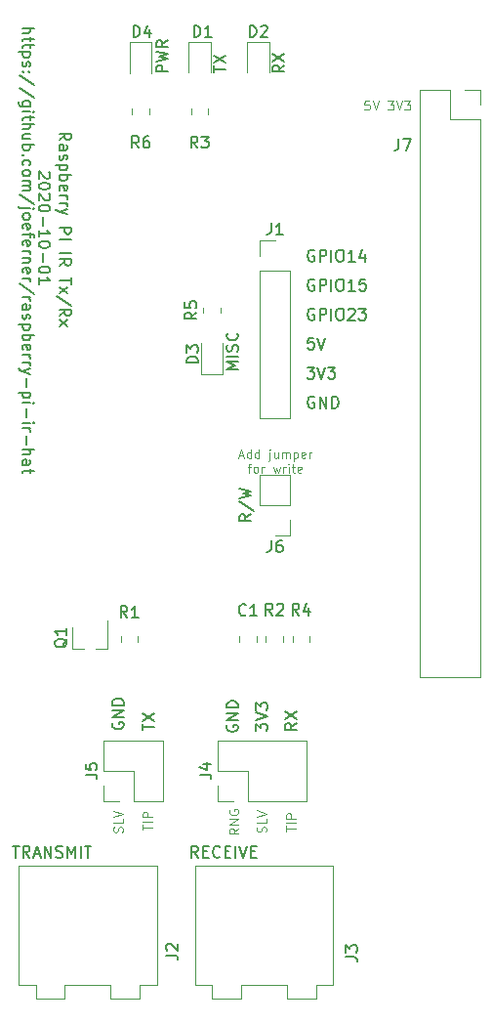
<source format=gto>
G04 #@! TF.GenerationSoftware,KiCad,Pcbnew,(5.1.7)-1*
G04 #@! TF.CreationDate,2020-10-01T14:41:10-04:00*
G04 #@! TF.ProjectId,raspberry-pi-ir-hat,72617370-6265-4727-9279-2d70692d6972,rev?*
G04 #@! TF.SameCoordinates,Original*
G04 #@! TF.FileFunction,Legend,Top*
G04 #@! TF.FilePolarity,Positive*
%FSLAX46Y46*%
G04 Gerber Fmt 4.6, Leading zero omitted, Abs format (unit mm)*
G04 Created by KiCad (PCBNEW (5.1.7)-1) date 2020-10-01 14:41:10*
%MOMM*%
%LPD*%
G01*
G04 APERTURE LIST*
%ADD10C,0.150000*%
%ADD11C,0.101600*%
%ADD12C,0.100000*%
%ADD13C,0.120000*%
G04 APERTURE END LIST*
D10*
X126552380Y-107664404D02*
X125552380Y-107664404D01*
X126266666Y-107331071D01*
X125552380Y-106997738D01*
X126552380Y-106997738D01*
X126552380Y-106521547D02*
X125552380Y-106521547D01*
X126504761Y-106092976D02*
X126552380Y-105950119D01*
X126552380Y-105712023D01*
X126504761Y-105616785D01*
X126457142Y-105569166D01*
X126361904Y-105521547D01*
X126266666Y-105521547D01*
X126171428Y-105569166D01*
X126123809Y-105616785D01*
X126076190Y-105712023D01*
X126028571Y-105902500D01*
X125980952Y-105997738D01*
X125933333Y-106045357D01*
X125838095Y-106092976D01*
X125742857Y-106092976D01*
X125647619Y-106045357D01*
X125600000Y-105997738D01*
X125552380Y-105902500D01*
X125552380Y-105664404D01*
X125600000Y-105521547D01*
X126457142Y-104521547D02*
X126504761Y-104569166D01*
X126552380Y-104712023D01*
X126552380Y-104807261D01*
X126504761Y-104950119D01*
X126409523Y-105045357D01*
X126314285Y-105092976D01*
X126123809Y-105140595D01*
X125980952Y-105140595D01*
X125790476Y-105092976D01*
X125695238Y-105045357D01*
X125600000Y-104950119D01*
X125552380Y-104807261D01*
X125552380Y-104712023D01*
X125600000Y-104569166D01*
X125647619Y-104521547D01*
X120452380Y-81864404D02*
X119452380Y-81864404D01*
X119452380Y-81483452D01*
X119500000Y-81388214D01*
X119547619Y-81340595D01*
X119642857Y-81292976D01*
X119785714Y-81292976D01*
X119880952Y-81340595D01*
X119928571Y-81388214D01*
X119976190Y-81483452D01*
X119976190Y-81864404D01*
X119452380Y-80959642D02*
X120452380Y-80721547D01*
X119738095Y-80531071D01*
X120452380Y-80340595D01*
X119452380Y-80102500D01*
X120452380Y-79150119D02*
X119976190Y-79483452D01*
X120452380Y-79721547D02*
X119452380Y-79721547D01*
X119452380Y-79340595D01*
X119500000Y-79245357D01*
X119547619Y-79197738D01*
X119642857Y-79150119D01*
X119785714Y-79150119D01*
X119880952Y-79197738D01*
X119928571Y-79245357D01*
X119976190Y-79340595D01*
X119976190Y-79721547D01*
X130552380Y-81292976D02*
X130076190Y-81626309D01*
X130552380Y-81864404D02*
X129552380Y-81864404D01*
X129552380Y-81483452D01*
X129600000Y-81388214D01*
X129647619Y-81340595D01*
X129742857Y-81292976D01*
X129885714Y-81292976D01*
X129980952Y-81340595D01*
X130028571Y-81388214D01*
X130076190Y-81483452D01*
X130076190Y-81864404D01*
X129552380Y-80959642D02*
X130552380Y-80292976D01*
X129552380Y-80292976D02*
X130552380Y-80959642D01*
X124452380Y-81907261D02*
X124452380Y-81335833D01*
X125452380Y-81621547D02*
X124452380Y-81621547D01*
X124452380Y-81097738D02*
X125452380Y-80431071D01*
X124452380Y-80431071D02*
X125452380Y-81097738D01*
X127672380Y-120215714D02*
X127196190Y-120549047D01*
X127672380Y-120787142D02*
X126672380Y-120787142D01*
X126672380Y-120406190D01*
X126720000Y-120310952D01*
X126767619Y-120263333D01*
X126862857Y-120215714D01*
X127005714Y-120215714D01*
X127100952Y-120263333D01*
X127148571Y-120310952D01*
X127196190Y-120406190D01*
X127196190Y-120787142D01*
X126624761Y-119072857D02*
X127910476Y-119930000D01*
X126672380Y-118834761D02*
X127672380Y-118596666D01*
X126958095Y-118406190D01*
X127672380Y-118215714D01*
X126672380Y-117977619D01*
D11*
X126657571Y-115124700D02*
X127020428Y-115124700D01*
X126585000Y-115342414D02*
X126839000Y-114580414D01*
X127093000Y-115342414D01*
X127673571Y-115342414D02*
X127673571Y-114580414D01*
X127673571Y-115306128D02*
X127601000Y-115342414D01*
X127455857Y-115342414D01*
X127383285Y-115306128D01*
X127347000Y-115269842D01*
X127310714Y-115197271D01*
X127310714Y-114979557D01*
X127347000Y-114906985D01*
X127383285Y-114870700D01*
X127455857Y-114834414D01*
X127601000Y-114834414D01*
X127673571Y-114870700D01*
X128363000Y-115342414D02*
X128363000Y-114580414D01*
X128363000Y-115306128D02*
X128290428Y-115342414D01*
X128145285Y-115342414D01*
X128072714Y-115306128D01*
X128036428Y-115269842D01*
X128000142Y-115197271D01*
X128000142Y-114979557D01*
X128036428Y-114906985D01*
X128072714Y-114870700D01*
X128145285Y-114834414D01*
X128290428Y-114834414D01*
X128363000Y-114870700D01*
X129306428Y-114834414D02*
X129306428Y-115487557D01*
X129270142Y-115560128D01*
X129197571Y-115596414D01*
X129161285Y-115596414D01*
X129306428Y-114580414D02*
X129270142Y-114616700D01*
X129306428Y-114652985D01*
X129342714Y-114616700D01*
X129306428Y-114580414D01*
X129306428Y-114652985D01*
X129995857Y-114834414D02*
X129995857Y-115342414D01*
X129669285Y-114834414D02*
X129669285Y-115233557D01*
X129705571Y-115306128D01*
X129778142Y-115342414D01*
X129887000Y-115342414D01*
X129959571Y-115306128D01*
X129995857Y-115269842D01*
X130358714Y-115342414D02*
X130358714Y-114834414D01*
X130358714Y-114906985D02*
X130395000Y-114870700D01*
X130467571Y-114834414D01*
X130576428Y-114834414D01*
X130649000Y-114870700D01*
X130685285Y-114943271D01*
X130685285Y-115342414D01*
X130685285Y-114943271D02*
X130721571Y-114870700D01*
X130794142Y-114834414D01*
X130903000Y-114834414D01*
X130975571Y-114870700D01*
X131011857Y-114943271D01*
X131011857Y-115342414D01*
X131374714Y-114834414D02*
X131374714Y-115596414D01*
X131374714Y-114870700D02*
X131447285Y-114834414D01*
X131592428Y-114834414D01*
X131665000Y-114870700D01*
X131701285Y-114906985D01*
X131737571Y-114979557D01*
X131737571Y-115197271D01*
X131701285Y-115269842D01*
X131665000Y-115306128D01*
X131592428Y-115342414D01*
X131447285Y-115342414D01*
X131374714Y-115306128D01*
X132354428Y-115306128D02*
X132281857Y-115342414D01*
X132136714Y-115342414D01*
X132064142Y-115306128D01*
X132027857Y-115233557D01*
X132027857Y-114943271D01*
X132064142Y-114870700D01*
X132136714Y-114834414D01*
X132281857Y-114834414D01*
X132354428Y-114870700D01*
X132390714Y-114943271D01*
X132390714Y-115015842D01*
X132027857Y-115088414D01*
X132717285Y-115342414D02*
X132717285Y-114834414D01*
X132717285Y-114979557D02*
X132753571Y-114906985D01*
X132789857Y-114870700D01*
X132862428Y-114834414D01*
X132935000Y-114834414D01*
X127383285Y-116079014D02*
X127673571Y-116079014D01*
X127492142Y-116587014D02*
X127492142Y-115933871D01*
X127528428Y-115861300D01*
X127601000Y-115825014D01*
X127673571Y-115825014D01*
X128036428Y-116587014D02*
X127963857Y-116550728D01*
X127927571Y-116514442D01*
X127891285Y-116441871D01*
X127891285Y-116224157D01*
X127927571Y-116151585D01*
X127963857Y-116115300D01*
X128036428Y-116079014D01*
X128145285Y-116079014D01*
X128217857Y-116115300D01*
X128254142Y-116151585D01*
X128290428Y-116224157D01*
X128290428Y-116441871D01*
X128254142Y-116514442D01*
X128217857Y-116550728D01*
X128145285Y-116587014D01*
X128036428Y-116587014D01*
X128617000Y-116587014D02*
X128617000Y-116079014D01*
X128617000Y-116224157D02*
X128653285Y-116151585D01*
X128689571Y-116115300D01*
X128762142Y-116079014D01*
X128834714Y-116079014D01*
X129596714Y-116079014D02*
X129741857Y-116587014D01*
X129887000Y-116224157D01*
X130032142Y-116587014D01*
X130177285Y-116079014D01*
X130467571Y-116587014D02*
X130467571Y-116079014D01*
X130467571Y-116224157D02*
X130503857Y-116151585D01*
X130540142Y-116115300D01*
X130612714Y-116079014D01*
X130685285Y-116079014D01*
X130939285Y-116587014D02*
X130939285Y-116079014D01*
X130939285Y-115825014D02*
X130903000Y-115861300D01*
X130939285Y-115897585D01*
X130975571Y-115861300D01*
X130939285Y-115825014D01*
X130939285Y-115897585D01*
X131193285Y-116079014D02*
X131483571Y-116079014D01*
X131302142Y-115825014D02*
X131302142Y-116478157D01*
X131338428Y-116550728D01*
X131411000Y-116587014D01*
X131483571Y-116587014D01*
X132027857Y-116550728D02*
X131955285Y-116587014D01*
X131810142Y-116587014D01*
X131737571Y-116550728D01*
X131701285Y-116478157D01*
X131701285Y-116187871D01*
X131737571Y-116115300D01*
X131810142Y-116079014D01*
X131955285Y-116079014D01*
X132027857Y-116115300D01*
X132064142Y-116187871D01*
X132064142Y-116260442D01*
X131701285Y-116333014D01*
D10*
X133159404Y-102420000D02*
X133064166Y-102372380D01*
X132921309Y-102372380D01*
X132778452Y-102420000D01*
X132683214Y-102515238D01*
X132635595Y-102610476D01*
X132587976Y-102800952D01*
X132587976Y-102943809D01*
X132635595Y-103134285D01*
X132683214Y-103229523D01*
X132778452Y-103324761D01*
X132921309Y-103372380D01*
X133016547Y-103372380D01*
X133159404Y-103324761D01*
X133207023Y-103277142D01*
X133207023Y-102943809D01*
X133016547Y-102943809D01*
X133635595Y-103372380D02*
X133635595Y-102372380D01*
X134016547Y-102372380D01*
X134111785Y-102420000D01*
X134159404Y-102467619D01*
X134207023Y-102562857D01*
X134207023Y-102705714D01*
X134159404Y-102800952D01*
X134111785Y-102848571D01*
X134016547Y-102896190D01*
X133635595Y-102896190D01*
X134635595Y-103372380D02*
X134635595Y-102372380D01*
X135302261Y-102372380D02*
X135492738Y-102372380D01*
X135587976Y-102420000D01*
X135683214Y-102515238D01*
X135730833Y-102705714D01*
X135730833Y-103039047D01*
X135683214Y-103229523D01*
X135587976Y-103324761D01*
X135492738Y-103372380D01*
X135302261Y-103372380D01*
X135207023Y-103324761D01*
X135111785Y-103229523D01*
X135064166Y-103039047D01*
X135064166Y-102705714D01*
X135111785Y-102515238D01*
X135207023Y-102420000D01*
X135302261Y-102372380D01*
X136111785Y-102467619D02*
X136159404Y-102420000D01*
X136254642Y-102372380D01*
X136492738Y-102372380D01*
X136587976Y-102420000D01*
X136635595Y-102467619D01*
X136683214Y-102562857D01*
X136683214Y-102658095D01*
X136635595Y-102800952D01*
X136064166Y-103372380D01*
X136683214Y-103372380D01*
X137016547Y-102372380D02*
X137635595Y-102372380D01*
X137302261Y-102753333D01*
X137445119Y-102753333D01*
X137540357Y-102800952D01*
X137587976Y-102848571D01*
X137635595Y-102943809D01*
X137635595Y-103181904D01*
X137587976Y-103277142D01*
X137540357Y-103324761D01*
X137445119Y-103372380D01*
X137159404Y-103372380D01*
X137064166Y-103324761D01*
X137016547Y-103277142D01*
D12*
X137938095Y-84361904D02*
X137557142Y-84361904D01*
X137519047Y-84742857D01*
X137557142Y-84704761D01*
X137633333Y-84666666D01*
X137823809Y-84666666D01*
X137900000Y-84704761D01*
X137938095Y-84742857D01*
X137976190Y-84819047D01*
X137976190Y-85009523D01*
X137938095Y-85085714D01*
X137900000Y-85123809D01*
X137823809Y-85161904D01*
X137633333Y-85161904D01*
X137557142Y-85123809D01*
X137519047Y-85085714D01*
X138204761Y-84361904D02*
X138471428Y-85161904D01*
X138738095Y-84361904D01*
X139538095Y-84361904D02*
X140033333Y-84361904D01*
X139766666Y-84666666D01*
X139880952Y-84666666D01*
X139957142Y-84704761D01*
X139995238Y-84742857D01*
X140033333Y-84819047D01*
X140033333Y-85009523D01*
X139995238Y-85085714D01*
X139957142Y-85123809D01*
X139880952Y-85161904D01*
X139652380Y-85161904D01*
X139576190Y-85123809D01*
X139538095Y-85085714D01*
X140261904Y-84361904D02*
X140528571Y-85161904D01*
X140795238Y-84361904D01*
X140985714Y-84361904D02*
X141480952Y-84361904D01*
X141214285Y-84666666D01*
X141328571Y-84666666D01*
X141404761Y-84704761D01*
X141442857Y-84742857D01*
X141480952Y-84819047D01*
X141480952Y-85009523D01*
X141442857Y-85085714D01*
X141404761Y-85123809D01*
X141328571Y-85161904D01*
X141100000Y-85161904D01*
X141023809Y-85123809D01*
X140985714Y-85085714D01*
X126590904Y-147410428D02*
X126209952Y-147677095D01*
X126590904Y-147867571D02*
X125790904Y-147867571D01*
X125790904Y-147562809D01*
X125829000Y-147486619D01*
X125867095Y-147448523D01*
X125943285Y-147410428D01*
X126057571Y-147410428D01*
X126133761Y-147448523D01*
X126171857Y-147486619D01*
X126209952Y-147562809D01*
X126209952Y-147867571D01*
X126590904Y-147067571D02*
X125790904Y-147067571D01*
X126590904Y-146610428D01*
X125790904Y-146610428D01*
X125829000Y-145810428D02*
X125790904Y-145886619D01*
X125790904Y-146000904D01*
X125829000Y-146115190D01*
X125905190Y-146191380D01*
X125981380Y-146229476D01*
X126133761Y-146267571D01*
X126248047Y-146267571D01*
X126400428Y-146229476D01*
X126476619Y-146191380D01*
X126552809Y-146115190D01*
X126590904Y-146000904D01*
X126590904Y-145924714D01*
X126552809Y-145810428D01*
X126514714Y-145772333D01*
X126248047Y-145772333D01*
X126248047Y-145924714D01*
X128965809Y-147734238D02*
X129003904Y-147619952D01*
X129003904Y-147429476D01*
X128965809Y-147353285D01*
X128927714Y-147315190D01*
X128851523Y-147277095D01*
X128775333Y-147277095D01*
X128699142Y-147315190D01*
X128661047Y-147353285D01*
X128622952Y-147429476D01*
X128584857Y-147581857D01*
X128546761Y-147658047D01*
X128508666Y-147696142D01*
X128432476Y-147734238D01*
X128356285Y-147734238D01*
X128280095Y-147696142D01*
X128242000Y-147658047D01*
X128203904Y-147581857D01*
X128203904Y-147391380D01*
X128242000Y-147277095D01*
X129003904Y-146553285D02*
X129003904Y-146934238D01*
X128203904Y-146934238D01*
X128203904Y-146400904D02*
X129003904Y-146134238D01*
X128203904Y-145867571D01*
X130743904Y-147658047D02*
X130743904Y-147200904D01*
X131543904Y-147429476D02*
X130743904Y-147429476D01*
X131543904Y-146934238D02*
X130743904Y-146934238D01*
X131543904Y-146553285D02*
X130743904Y-146553285D01*
X130743904Y-146248523D01*
X130782000Y-146172333D01*
X130820095Y-146134238D01*
X130896285Y-146096142D01*
X131010571Y-146096142D01*
X131086761Y-146134238D01*
X131124857Y-146172333D01*
X131162952Y-146248523D01*
X131162952Y-146553285D01*
X116501809Y-147761238D02*
X116539904Y-147646952D01*
X116539904Y-147456476D01*
X116501809Y-147380285D01*
X116463714Y-147342190D01*
X116387523Y-147304095D01*
X116311333Y-147304095D01*
X116235142Y-147342190D01*
X116197047Y-147380285D01*
X116158952Y-147456476D01*
X116120857Y-147608857D01*
X116082761Y-147685047D01*
X116044666Y-147723142D01*
X115968476Y-147761238D01*
X115892285Y-147761238D01*
X115816095Y-147723142D01*
X115778000Y-147685047D01*
X115739904Y-147608857D01*
X115739904Y-147418380D01*
X115778000Y-147304095D01*
X116539904Y-146580285D02*
X116539904Y-146961238D01*
X115739904Y-146961238D01*
X115739904Y-146427904D02*
X116539904Y-146161238D01*
X115739904Y-145894571D01*
X118279904Y-147558047D02*
X118279904Y-147100904D01*
X119079904Y-147329476D02*
X118279904Y-147329476D01*
X119079904Y-146834238D02*
X118279904Y-146834238D01*
X119079904Y-146453285D02*
X118279904Y-146453285D01*
X118279904Y-146148523D01*
X118318000Y-146072333D01*
X118356095Y-146034238D01*
X118432285Y-145996142D01*
X118546571Y-145996142D01*
X118622761Y-146034238D01*
X118660857Y-146072333D01*
X118698952Y-146148523D01*
X118698952Y-146453285D01*
D10*
X133159404Y-97340000D02*
X133064166Y-97292380D01*
X132921309Y-97292380D01*
X132778452Y-97340000D01*
X132683214Y-97435238D01*
X132635595Y-97530476D01*
X132587976Y-97720952D01*
X132587976Y-97863809D01*
X132635595Y-98054285D01*
X132683214Y-98149523D01*
X132778452Y-98244761D01*
X132921309Y-98292380D01*
X133016547Y-98292380D01*
X133159404Y-98244761D01*
X133207023Y-98197142D01*
X133207023Y-97863809D01*
X133016547Y-97863809D01*
X133635595Y-98292380D02*
X133635595Y-97292380D01*
X134016547Y-97292380D01*
X134111785Y-97340000D01*
X134159404Y-97387619D01*
X134207023Y-97482857D01*
X134207023Y-97625714D01*
X134159404Y-97720952D01*
X134111785Y-97768571D01*
X134016547Y-97816190D01*
X133635595Y-97816190D01*
X134635595Y-98292380D02*
X134635595Y-97292380D01*
X135302261Y-97292380D02*
X135492738Y-97292380D01*
X135587976Y-97340000D01*
X135683214Y-97435238D01*
X135730833Y-97625714D01*
X135730833Y-97959047D01*
X135683214Y-98149523D01*
X135587976Y-98244761D01*
X135492738Y-98292380D01*
X135302261Y-98292380D01*
X135207023Y-98244761D01*
X135111785Y-98149523D01*
X135064166Y-97959047D01*
X135064166Y-97625714D01*
X135111785Y-97435238D01*
X135207023Y-97340000D01*
X135302261Y-97292380D01*
X136683214Y-98292380D02*
X136111785Y-98292380D01*
X136397500Y-98292380D02*
X136397500Y-97292380D01*
X136302261Y-97435238D01*
X136207023Y-97530476D01*
X136111785Y-97578095D01*
X137540357Y-97625714D02*
X137540357Y-98292380D01*
X137302261Y-97244761D02*
X137064166Y-97959047D01*
X137683214Y-97959047D01*
X133159404Y-99880000D02*
X133064166Y-99832380D01*
X132921309Y-99832380D01*
X132778452Y-99880000D01*
X132683214Y-99975238D01*
X132635595Y-100070476D01*
X132587976Y-100260952D01*
X132587976Y-100403809D01*
X132635595Y-100594285D01*
X132683214Y-100689523D01*
X132778452Y-100784761D01*
X132921309Y-100832380D01*
X133016547Y-100832380D01*
X133159404Y-100784761D01*
X133207023Y-100737142D01*
X133207023Y-100403809D01*
X133016547Y-100403809D01*
X133635595Y-100832380D02*
X133635595Y-99832380D01*
X134016547Y-99832380D01*
X134111785Y-99880000D01*
X134159404Y-99927619D01*
X134207023Y-100022857D01*
X134207023Y-100165714D01*
X134159404Y-100260952D01*
X134111785Y-100308571D01*
X134016547Y-100356190D01*
X133635595Y-100356190D01*
X134635595Y-100832380D02*
X134635595Y-99832380D01*
X135302261Y-99832380D02*
X135492738Y-99832380D01*
X135587976Y-99880000D01*
X135683214Y-99975238D01*
X135730833Y-100165714D01*
X135730833Y-100499047D01*
X135683214Y-100689523D01*
X135587976Y-100784761D01*
X135492738Y-100832380D01*
X135302261Y-100832380D01*
X135207023Y-100784761D01*
X135111785Y-100689523D01*
X135064166Y-100499047D01*
X135064166Y-100165714D01*
X135111785Y-99975238D01*
X135207023Y-99880000D01*
X135302261Y-99832380D01*
X136683214Y-100832380D02*
X136111785Y-100832380D01*
X136397500Y-100832380D02*
X136397500Y-99832380D01*
X136302261Y-99975238D01*
X136207023Y-100070476D01*
X136111785Y-100118095D01*
X137587976Y-99832380D02*
X137111785Y-99832380D01*
X137064166Y-100308571D01*
X137111785Y-100260952D01*
X137207023Y-100213333D01*
X137445119Y-100213333D01*
X137540357Y-100260952D01*
X137587976Y-100308571D01*
X137635595Y-100403809D01*
X137635595Y-100641904D01*
X137587976Y-100737142D01*
X137540357Y-100784761D01*
X137445119Y-100832380D01*
X137207023Y-100832380D01*
X137111785Y-100784761D01*
X137064166Y-100737142D01*
X133111785Y-104912380D02*
X132635595Y-104912380D01*
X132587976Y-105388571D01*
X132635595Y-105340952D01*
X132730833Y-105293333D01*
X132968928Y-105293333D01*
X133064166Y-105340952D01*
X133111785Y-105388571D01*
X133159404Y-105483809D01*
X133159404Y-105721904D01*
X133111785Y-105817142D01*
X133064166Y-105864761D01*
X132968928Y-105912380D01*
X132730833Y-105912380D01*
X132635595Y-105864761D01*
X132587976Y-105817142D01*
X133445119Y-104912380D02*
X133778452Y-105912380D01*
X134111785Y-104912380D01*
X132540357Y-107452380D02*
X133159404Y-107452380D01*
X132826071Y-107833333D01*
X132968928Y-107833333D01*
X133064166Y-107880952D01*
X133111785Y-107928571D01*
X133159404Y-108023809D01*
X133159404Y-108261904D01*
X133111785Y-108357142D01*
X133064166Y-108404761D01*
X132968928Y-108452380D01*
X132683214Y-108452380D01*
X132587976Y-108404761D01*
X132540357Y-108357142D01*
X133445119Y-107452380D02*
X133778452Y-108452380D01*
X134111785Y-107452380D01*
X134349880Y-107452380D02*
X134968928Y-107452380D01*
X134635595Y-107833333D01*
X134778452Y-107833333D01*
X134873690Y-107880952D01*
X134921309Y-107928571D01*
X134968928Y-108023809D01*
X134968928Y-108261904D01*
X134921309Y-108357142D01*
X134873690Y-108404761D01*
X134778452Y-108452380D01*
X134492738Y-108452380D01*
X134397500Y-108404761D01*
X134349880Y-108357142D01*
X133159404Y-110040000D02*
X133064166Y-109992380D01*
X132921309Y-109992380D01*
X132778452Y-110040000D01*
X132683214Y-110135238D01*
X132635595Y-110230476D01*
X132587976Y-110420952D01*
X132587976Y-110563809D01*
X132635595Y-110754285D01*
X132683214Y-110849523D01*
X132778452Y-110944761D01*
X132921309Y-110992380D01*
X133016547Y-110992380D01*
X133159404Y-110944761D01*
X133207023Y-110897142D01*
X133207023Y-110563809D01*
X133016547Y-110563809D01*
X133635595Y-110992380D02*
X133635595Y-109992380D01*
X134207023Y-110992380D01*
X134207023Y-109992380D01*
X134683214Y-110992380D02*
X134683214Y-109992380D01*
X134921309Y-109992380D01*
X135064166Y-110040000D01*
X135159404Y-110135238D01*
X135207023Y-110230476D01*
X135254642Y-110420952D01*
X135254642Y-110563809D01*
X135207023Y-110754285D01*
X135159404Y-110849523D01*
X135064166Y-110944761D01*
X134921309Y-110992380D01*
X134683214Y-110992380D01*
X118297380Y-138926261D02*
X118297380Y-138354833D01*
X119297380Y-138640547D02*
X118297380Y-138640547D01*
X118297380Y-138116738D02*
X119297380Y-137450071D01*
X118297380Y-137450071D02*
X119297380Y-138116738D01*
X115678000Y-138259595D02*
X115630380Y-138354833D01*
X115630380Y-138497690D01*
X115678000Y-138640547D01*
X115773238Y-138735785D01*
X115868476Y-138783404D01*
X116058952Y-138831023D01*
X116201809Y-138831023D01*
X116392285Y-138783404D01*
X116487523Y-138735785D01*
X116582761Y-138640547D01*
X116630380Y-138497690D01*
X116630380Y-138402452D01*
X116582761Y-138259595D01*
X116535142Y-138211976D01*
X116201809Y-138211976D01*
X116201809Y-138402452D01*
X116630380Y-137783404D02*
X115630380Y-137783404D01*
X116630380Y-137211976D01*
X115630380Y-137211976D01*
X116630380Y-136735785D02*
X115630380Y-136735785D01*
X115630380Y-136497690D01*
X115678000Y-136354833D01*
X115773238Y-136259595D01*
X115868476Y-136211976D01*
X116058952Y-136164357D01*
X116201809Y-136164357D01*
X116392285Y-136211976D01*
X116487523Y-136259595D01*
X116582761Y-136354833D01*
X116630380Y-136497690D01*
X116630380Y-136735785D01*
X131634380Y-138311976D02*
X131158190Y-138645309D01*
X131634380Y-138883404D02*
X130634380Y-138883404D01*
X130634380Y-138502452D01*
X130682000Y-138407214D01*
X130729619Y-138359595D01*
X130824857Y-138311976D01*
X130967714Y-138311976D01*
X131062952Y-138359595D01*
X131110571Y-138407214D01*
X131158190Y-138502452D01*
X131158190Y-138883404D01*
X130634380Y-137978642D02*
X131634380Y-137311976D01*
X130634380Y-137311976D02*
X131634380Y-137978642D01*
X128094380Y-138978642D02*
X128094380Y-138359595D01*
X128475333Y-138692928D01*
X128475333Y-138550071D01*
X128522952Y-138454833D01*
X128570571Y-138407214D01*
X128665809Y-138359595D01*
X128903904Y-138359595D01*
X128999142Y-138407214D01*
X129046761Y-138454833D01*
X129094380Y-138550071D01*
X129094380Y-138835785D01*
X129046761Y-138931023D01*
X128999142Y-138978642D01*
X128094380Y-138073880D02*
X129094380Y-137740547D01*
X128094380Y-137407214D01*
X128094380Y-137169119D02*
X128094380Y-136550071D01*
X128475333Y-136883404D01*
X128475333Y-136740547D01*
X128522952Y-136645309D01*
X128570571Y-136597690D01*
X128665809Y-136550071D01*
X128903904Y-136550071D01*
X128999142Y-136597690D01*
X129046761Y-136645309D01*
X129094380Y-136740547D01*
X129094380Y-137026261D01*
X129046761Y-137121500D01*
X128999142Y-137169119D01*
X125602000Y-138486595D02*
X125554380Y-138581833D01*
X125554380Y-138724690D01*
X125602000Y-138867547D01*
X125697238Y-138962785D01*
X125792476Y-139010404D01*
X125982952Y-139058023D01*
X126125809Y-139058023D01*
X126316285Y-139010404D01*
X126411523Y-138962785D01*
X126506761Y-138867547D01*
X126554380Y-138724690D01*
X126554380Y-138629452D01*
X126506761Y-138486595D01*
X126459142Y-138438976D01*
X126125809Y-138438976D01*
X126125809Y-138629452D01*
X126554380Y-138010404D02*
X125554380Y-138010404D01*
X126554380Y-137438976D01*
X125554380Y-137438976D01*
X126554380Y-136962785D02*
X125554380Y-136962785D01*
X125554380Y-136724690D01*
X125602000Y-136581833D01*
X125697238Y-136486595D01*
X125792476Y-136438976D01*
X125982952Y-136391357D01*
X126125809Y-136391357D01*
X126316285Y-136438976D01*
X126411523Y-136486595D01*
X126506761Y-136581833D01*
X126554380Y-136724690D01*
X126554380Y-136962785D01*
X107847619Y-78085714D02*
X108847619Y-78085714D01*
X107847619Y-78514285D02*
X108371428Y-78514285D01*
X108466666Y-78466666D01*
X108514285Y-78371428D01*
X108514285Y-78228571D01*
X108466666Y-78133333D01*
X108419047Y-78085714D01*
X108514285Y-78847619D02*
X108514285Y-79228571D01*
X108847619Y-78990476D02*
X107990476Y-78990476D01*
X107895238Y-79038095D01*
X107847619Y-79133333D01*
X107847619Y-79228571D01*
X108514285Y-79419047D02*
X108514285Y-79800000D01*
X108847619Y-79561904D02*
X107990476Y-79561904D01*
X107895238Y-79609523D01*
X107847619Y-79704761D01*
X107847619Y-79800000D01*
X108514285Y-80133333D02*
X107514285Y-80133333D01*
X108466666Y-80133333D02*
X108514285Y-80228571D01*
X108514285Y-80419047D01*
X108466666Y-80514285D01*
X108419047Y-80561904D01*
X108323809Y-80609523D01*
X108038095Y-80609523D01*
X107942857Y-80561904D01*
X107895238Y-80514285D01*
X107847619Y-80419047D01*
X107847619Y-80228571D01*
X107895238Y-80133333D01*
X107895238Y-80990476D02*
X107847619Y-81085714D01*
X107847619Y-81276190D01*
X107895238Y-81371428D01*
X107990476Y-81419047D01*
X108038095Y-81419047D01*
X108133333Y-81371428D01*
X108180952Y-81276190D01*
X108180952Y-81133333D01*
X108228571Y-81038095D01*
X108323809Y-80990476D01*
X108371428Y-80990476D01*
X108466666Y-81038095D01*
X108514285Y-81133333D01*
X108514285Y-81276190D01*
X108466666Y-81371428D01*
X107942857Y-81847619D02*
X107895238Y-81895238D01*
X107847619Y-81847619D01*
X107895238Y-81800000D01*
X107942857Y-81847619D01*
X107847619Y-81847619D01*
X108466666Y-81847619D02*
X108419047Y-81895238D01*
X108371428Y-81847619D01*
X108419047Y-81800000D01*
X108466666Y-81847619D01*
X108371428Y-81847619D01*
X108895238Y-83038095D02*
X107609523Y-82180952D01*
X108895238Y-84085714D02*
X107609523Y-83228571D01*
X108514285Y-84847619D02*
X107704761Y-84847619D01*
X107609523Y-84800000D01*
X107561904Y-84752380D01*
X107514285Y-84657142D01*
X107514285Y-84514285D01*
X107561904Y-84419047D01*
X107895238Y-84847619D02*
X107847619Y-84752380D01*
X107847619Y-84561904D01*
X107895238Y-84466666D01*
X107942857Y-84419047D01*
X108038095Y-84371428D01*
X108323809Y-84371428D01*
X108419047Y-84419047D01*
X108466666Y-84466666D01*
X108514285Y-84561904D01*
X108514285Y-84752380D01*
X108466666Y-84847619D01*
X107847619Y-85323809D02*
X108514285Y-85323809D01*
X108847619Y-85323809D02*
X108800000Y-85276190D01*
X108752380Y-85323809D01*
X108800000Y-85371428D01*
X108847619Y-85323809D01*
X108752380Y-85323809D01*
X108514285Y-85657142D02*
X108514285Y-86038095D01*
X108847619Y-85800000D02*
X107990476Y-85800000D01*
X107895238Y-85847619D01*
X107847619Y-85942857D01*
X107847619Y-86038095D01*
X107847619Y-86371428D02*
X108847619Y-86371428D01*
X107847619Y-86800000D02*
X108371428Y-86800000D01*
X108466666Y-86752380D01*
X108514285Y-86657142D01*
X108514285Y-86514285D01*
X108466666Y-86419047D01*
X108419047Y-86371428D01*
X108514285Y-87704761D02*
X107847619Y-87704761D01*
X108514285Y-87276190D02*
X107990476Y-87276190D01*
X107895238Y-87323809D01*
X107847619Y-87419047D01*
X107847619Y-87561904D01*
X107895238Y-87657142D01*
X107942857Y-87704761D01*
X107847619Y-88180952D02*
X108847619Y-88180952D01*
X108466666Y-88180952D02*
X108514285Y-88276190D01*
X108514285Y-88466666D01*
X108466666Y-88561904D01*
X108419047Y-88609523D01*
X108323809Y-88657142D01*
X108038095Y-88657142D01*
X107942857Y-88609523D01*
X107895238Y-88561904D01*
X107847619Y-88466666D01*
X107847619Y-88276190D01*
X107895238Y-88180952D01*
X107942857Y-89085714D02*
X107895238Y-89133333D01*
X107847619Y-89085714D01*
X107895238Y-89038095D01*
X107942857Y-89085714D01*
X107847619Y-89085714D01*
X107895238Y-89990476D02*
X107847619Y-89895238D01*
X107847619Y-89704761D01*
X107895238Y-89609523D01*
X107942857Y-89561904D01*
X108038095Y-89514285D01*
X108323809Y-89514285D01*
X108419047Y-89561904D01*
X108466666Y-89609523D01*
X108514285Y-89704761D01*
X108514285Y-89895238D01*
X108466666Y-89990476D01*
X107847619Y-90561904D02*
X107895238Y-90466666D01*
X107942857Y-90419047D01*
X108038095Y-90371428D01*
X108323809Y-90371428D01*
X108419047Y-90419047D01*
X108466666Y-90466666D01*
X108514285Y-90561904D01*
X108514285Y-90704761D01*
X108466666Y-90800000D01*
X108419047Y-90847619D01*
X108323809Y-90895238D01*
X108038095Y-90895238D01*
X107942857Y-90847619D01*
X107895238Y-90800000D01*
X107847619Y-90704761D01*
X107847619Y-90561904D01*
X107847619Y-91323809D02*
X108514285Y-91323809D01*
X108419047Y-91323809D02*
X108466666Y-91371428D01*
X108514285Y-91466666D01*
X108514285Y-91609523D01*
X108466666Y-91704761D01*
X108371428Y-91752380D01*
X107847619Y-91752380D01*
X108371428Y-91752380D02*
X108466666Y-91800000D01*
X108514285Y-91895238D01*
X108514285Y-92038095D01*
X108466666Y-92133333D01*
X108371428Y-92180952D01*
X107847619Y-92180952D01*
X108895238Y-93371428D02*
X107609523Y-92514285D01*
X108514285Y-93704761D02*
X107657142Y-93704761D01*
X107561904Y-93657142D01*
X107514285Y-93561904D01*
X107514285Y-93514285D01*
X108847619Y-93704761D02*
X108800000Y-93657142D01*
X108752380Y-93704761D01*
X108800000Y-93752380D01*
X108847619Y-93704761D01*
X108752380Y-93704761D01*
X107847619Y-94323809D02*
X107895238Y-94228571D01*
X107942857Y-94180952D01*
X108038095Y-94133333D01*
X108323809Y-94133333D01*
X108419047Y-94180952D01*
X108466666Y-94228571D01*
X108514285Y-94323809D01*
X108514285Y-94466666D01*
X108466666Y-94561904D01*
X108419047Y-94609523D01*
X108323809Y-94657142D01*
X108038095Y-94657142D01*
X107942857Y-94609523D01*
X107895238Y-94561904D01*
X107847619Y-94466666D01*
X107847619Y-94323809D01*
X107895238Y-95466666D02*
X107847619Y-95371428D01*
X107847619Y-95180952D01*
X107895238Y-95085714D01*
X107990476Y-95038095D01*
X108371428Y-95038095D01*
X108466666Y-95085714D01*
X108514285Y-95180952D01*
X108514285Y-95371428D01*
X108466666Y-95466666D01*
X108371428Y-95514285D01*
X108276190Y-95514285D01*
X108180952Y-95038095D01*
X108514285Y-95800000D02*
X108514285Y-96180952D01*
X107847619Y-95942857D02*
X108704761Y-95942857D01*
X108800000Y-95990476D01*
X108847619Y-96085714D01*
X108847619Y-96180952D01*
X107895238Y-96895238D02*
X107847619Y-96800000D01*
X107847619Y-96609523D01*
X107895238Y-96514285D01*
X107990476Y-96466666D01*
X108371428Y-96466666D01*
X108466666Y-96514285D01*
X108514285Y-96609523D01*
X108514285Y-96800000D01*
X108466666Y-96895238D01*
X108371428Y-96942857D01*
X108276190Y-96942857D01*
X108180952Y-96466666D01*
X107847619Y-97371428D02*
X108514285Y-97371428D01*
X108323809Y-97371428D02*
X108419047Y-97419047D01*
X108466666Y-97466666D01*
X108514285Y-97561904D01*
X108514285Y-97657142D01*
X108514285Y-97990476D02*
X107847619Y-97990476D01*
X108419047Y-97990476D02*
X108466666Y-98038095D01*
X108514285Y-98133333D01*
X108514285Y-98276190D01*
X108466666Y-98371428D01*
X108371428Y-98419047D01*
X107847619Y-98419047D01*
X107895238Y-99276190D02*
X107847619Y-99180952D01*
X107847619Y-98990476D01*
X107895238Y-98895238D01*
X107990476Y-98847619D01*
X108371428Y-98847619D01*
X108466666Y-98895238D01*
X108514285Y-98990476D01*
X108514285Y-99180952D01*
X108466666Y-99276190D01*
X108371428Y-99323809D01*
X108276190Y-99323809D01*
X108180952Y-98847619D01*
X107847619Y-99752380D02*
X108514285Y-99752380D01*
X108323809Y-99752380D02*
X108419047Y-99800000D01*
X108466666Y-99847619D01*
X108514285Y-99942857D01*
X108514285Y-100038095D01*
X108895238Y-101085714D02*
X107609523Y-100228571D01*
X107847619Y-101419047D02*
X108514285Y-101419047D01*
X108323809Y-101419047D02*
X108419047Y-101466666D01*
X108466666Y-101514285D01*
X108514285Y-101609523D01*
X108514285Y-101704761D01*
X107847619Y-102466666D02*
X108371428Y-102466666D01*
X108466666Y-102419047D01*
X108514285Y-102323809D01*
X108514285Y-102133333D01*
X108466666Y-102038095D01*
X107895238Y-102466666D02*
X107847619Y-102371428D01*
X107847619Y-102133333D01*
X107895238Y-102038095D01*
X107990476Y-101990476D01*
X108085714Y-101990476D01*
X108180952Y-102038095D01*
X108228571Y-102133333D01*
X108228571Y-102371428D01*
X108276190Y-102466666D01*
X107895238Y-102895238D02*
X107847619Y-102990476D01*
X107847619Y-103180952D01*
X107895238Y-103276190D01*
X107990476Y-103323809D01*
X108038095Y-103323809D01*
X108133333Y-103276190D01*
X108180952Y-103180952D01*
X108180952Y-103038095D01*
X108228571Y-102942857D01*
X108323809Y-102895238D01*
X108371428Y-102895238D01*
X108466666Y-102942857D01*
X108514285Y-103038095D01*
X108514285Y-103180952D01*
X108466666Y-103276190D01*
X108514285Y-103752380D02*
X107514285Y-103752380D01*
X108466666Y-103752380D02*
X108514285Y-103847619D01*
X108514285Y-104038095D01*
X108466666Y-104133333D01*
X108419047Y-104180952D01*
X108323809Y-104228571D01*
X108038095Y-104228571D01*
X107942857Y-104180952D01*
X107895238Y-104133333D01*
X107847619Y-104038095D01*
X107847619Y-103847619D01*
X107895238Y-103752380D01*
X107847619Y-104657142D02*
X108847619Y-104657142D01*
X108466666Y-104657142D02*
X108514285Y-104752380D01*
X108514285Y-104942857D01*
X108466666Y-105038095D01*
X108419047Y-105085714D01*
X108323809Y-105133333D01*
X108038095Y-105133333D01*
X107942857Y-105085714D01*
X107895238Y-105038095D01*
X107847619Y-104942857D01*
X107847619Y-104752380D01*
X107895238Y-104657142D01*
X107895238Y-105942857D02*
X107847619Y-105847619D01*
X107847619Y-105657142D01*
X107895238Y-105561904D01*
X107990476Y-105514285D01*
X108371428Y-105514285D01*
X108466666Y-105561904D01*
X108514285Y-105657142D01*
X108514285Y-105847619D01*
X108466666Y-105942857D01*
X108371428Y-105990476D01*
X108276190Y-105990476D01*
X108180952Y-105514285D01*
X107847619Y-106419047D02*
X108514285Y-106419047D01*
X108323809Y-106419047D02*
X108419047Y-106466666D01*
X108466666Y-106514285D01*
X108514285Y-106609523D01*
X108514285Y-106704761D01*
X107847619Y-107038095D02*
X108514285Y-107038095D01*
X108323809Y-107038095D02*
X108419047Y-107085714D01*
X108466666Y-107133333D01*
X108514285Y-107228571D01*
X108514285Y-107323809D01*
X108514285Y-107561904D02*
X107847619Y-107800000D01*
X108514285Y-108038095D02*
X107847619Y-107800000D01*
X107609523Y-107704761D01*
X107561904Y-107657142D01*
X107514285Y-107561904D01*
X108228571Y-108419047D02*
X108228571Y-109180952D01*
X108514285Y-109657142D02*
X107514285Y-109657142D01*
X108466666Y-109657142D02*
X108514285Y-109752380D01*
X108514285Y-109942857D01*
X108466666Y-110038095D01*
X108419047Y-110085714D01*
X108323809Y-110133333D01*
X108038095Y-110133333D01*
X107942857Y-110085714D01*
X107895238Y-110038095D01*
X107847619Y-109942857D01*
X107847619Y-109752380D01*
X107895238Y-109657142D01*
X107847619Y-110561904D02*
X108514285Y-110561904D01*
X108847619Y-110561904D02*
X108800000Y-110514285D01*
X108752380Y-110561904D01*
X108800000Y-110609523D01*
X108847619Y-110561904D01*
X108752380Y-110561904D01*
X108228571Y-111038095D02*
X108228571Y-111800000D01*
X107847619Y-112276190D02*
X108514285Y-112276190D01*
X108847619Y-112276190D02*
X108800000Y-112228571D01*
X108752380Y-112276190D01*
X108800000Y-112323809D01*
X108847619Y-112276190D01*
X108752380Y-112276190D01*
X107847619Y-112752380D02*
X108514285Y-112752380D01*
X108323809Y-112752380D02*
X108419047Y-112800000D01*
X108466666Y-112847619D01*
X108514285Y-112942857D01*
X108514285Y-113038095D01*
X108228571Y-113371428D02*
X108228571Y-114133333D01*
X107847619Y-114609523D02*
X108847619Y-114609523D01*
X107847619Y-115038095D02*
X108371428Y-115038095D01*
X108466666Y-114990476D01*
X108514285Y-114895238D01*
X108514285Y-114752380D01*
X108466666Y-114657142D01*
X108419047Y-114609523D01*
X107847619Y-115942857D02*
X108371428Y-115942857D01*
X108466666Y-115895238D01*
X108514285Y-115800000D01*
X108514285Y-115609523D01*
X108466666Y-115514285D01*
X107895238Y-115942857D02*
X107847619Y-115847619D01*
X107847619Y-115609523D01*
X107895238Y-115514285D01*
X107990476Y-115466666D01*
X108085714Y-115466666D01*
X108180952Y-115514285D01*
X108228571Y-115609523D01*
X108228571Y-115847619D01*
X108276190Y-115942857D01*
X108514285Y-116276190D02*
X108514285Y-116657142D01*
X108847619Y-116419047D02*
X107990476Y-116419047D01*
X107895238Y-116466666D01*
X107847619Y-116561904D01*
X107847619Y-116657142D01*
X110152380Y-90542857D02*
X110200000Y-90590476D01*
X110247619Y-90685714D01*
X110247619Y-90923809D01*
X110200000Y-91019047D01*
X110152380Y-91066666D01*
X110057142Y-91114285D01*
X109961904Y-91114285D01*
X109819047Y-91066666D01*
X109247619Y-90495238D01*
X109247619Y-91114285D01*
X110247619Y-91733333D02*
X110247619Y-91828571D01*
X110200000Y-91923809D01*
X110152380Y-91971428D01*
X110057142Y-92019047D01*
X109866666Y-92066666D01*
X109628571Y-92066666D01*
X109438095Y-92019047D01*
X109342857Y-91971428D01*
X109295238Y-91923809D01*
X109247619Y-91828571D01*
X109247619Y-91733333D01*
X109295238Y-91638095D01*
X109342857Y-91590476D01*
X109438095Y-91542857D01*
X109628571Y-91495238D01*
X109866666Y-91495238D01*
X110057142Y-91542857D01*
X110152380Y-91590476D01*
X110200000Y-91638095D01*
X110247619Y-91733333D01*
X110152380Y-92447619D02*
X110200000Y-92495238D01*
X110247619Y-92590476D01*
X110247619Y-92828571D01*
X110200000Y-92923809D01*
X110152380Y-92971428D01*
X110057142Y-93019047D01*
X109961904Y-93019047D01*
X109819047Y-92971428D01*
X109247619Y-92400000D01*
X109247619Y-93019047D01*
X110247619Y-93638095D02*
X110247619Y-93733333D01*
X110200000Y-93828571D01*
X110152380Y-93876190D01*
X110057142Y-93923809D01*
X109866666Y-93971428D01*
X109628571Y-93971428D01*
X109438095Y-93923809D01*
X109342857Y-93876190D01*
X109295238Y-93828571D01*
X109247619Y-93733333D01*
X109247619Y-93638095D01*
X109295238Y-93542857D01*
X109342857Y-93495238D01*
X109438095Y-93447619D01*
X109628571Y-93400000D01*
X109866666Y-93400000D01*
X110057142Y-93447619D01*
X110152380Y-93495238D01*
X110200000Y-93542857D01*
X110247619Y-93638095D01*
X109628571Y-94400000D02*
X109628571Y-95161904D01*
X109247619Y-96161904D02*
X109247619Y-95590476D01*
X109247619Y-95876190D02*
X110247619Y-95876190D01*
X110104761Y-95780952D01*
X110009523Y-95685714D01*
X109961904Y-95590476D01*
X110247619Y-96780952D02*
X110247619Y-96876190D01*
X110200000Y-96971428D01*
X110152380Y-97019047D01*
X110057142Y-97066666D01*
X109866666Y-97114285D01*
X109628571Y-97114285D01*
X109438095Y-97066666D01*
X109342857Y-97019047D01*
X109295238Y-96971428D01*
X109247619Y-96876190D01*
X109247619Y-96780952D01*
X109295238Y-96685714D01*
X109342857Y-96638095D01*
X109438095Y-96590476D01*
X109628571Y-96542857D01*
X109866666Y-96542857D01*
X110057142Y-96590476D01*
X110152380Y-96638095D01*
X110200000Y-96685714D01*
X110247619Y-96780952D01*
X109628571Y-97542857D02*
X109628571Y-98304761D01*
X110247619Y-98971428D02*
X110247619Y-99066666D01*
X110200000Y-99161904D01*
X110152380Y-99209523D01*
X110057142Y-99257142D01*
X109866666Y-99304761D01*
X109628571Y-99304761D01*
X109438095Y-99257142D01*
X109342857Y-99209523D01*
X109295238Y-99161904D01*
X109247619Y-99066666D01*
X109247619Y-98971428D01*
X109295238Y-98876190D01*
X109342857Y-98828571D01*
X109438095Y-98780952D01*
X109628571Y-98733333D01*
X109866666Y-98733333D01*
X110057142Y-98780952D01*
X110152380Y-98828571D01*
X110200000Y-98876190D01*
X110247619Y-98971428D01*
X109247619Y-100257142D02*
X109247619Y-99685714D01*
X109247619Y-99971428D02*
X110247619Y-99971428D01*
X110104761Y-99876190D01*
X110009523Y-99780952D01*
X109961904Y-99685714D01*
X111047619Y-87785714D02*
X111523809Y-87452380D01*
X111047619Y-87214285D02*
X112047619Y-87214285D01*
X112047619Y-87595238D01*
X112000000Y-87690476D01*
X111952380Y-87738095D01*
X111857142Y-87785714D01*
X111714285Y-87785714D01*
X111619047Y-87738095D01*
X111571428Y-87690476D01*
X111523809Y-87595238D01*
X111523809Y-87214285D01*
X111047619Y-88642857D02*
X111571428Y-88642857D01*
X111666666Y-88595238D01*
X111714285Y-88500000D01*
X111714285Y-88309523D01*
X111666666Y-88214285D01*
X111095238Y-88642857D02*
X111047619Y-88547619D01*
X111047619Y-88309523D01*
X111095238Y-88214285D01*
X111190476Y-88166666D01*
X111285714Y-88166666D01*
X111380952Y-88214285D01*
X111428571Y-88309523D01*
X111428571Y-88547619D01*
X111476190Y-88642857D01*
X111095238Y-89071428D02*
X111047619Y-89166666D01*
X111047619Y-89357142D01*
X111095238Y-89452380D01*
X111190476Y-89500000D01*
X111238095Y-89500000D01*
X111333333Y-89452380D01*
X111380952Y-89357142D01*
X111380952Y-89214285D01*
X111428571Y-89119047D01*
X111523809Y-89071428D01*
X111571428Y-89071428D01*
X111666666Y-89119047D01*
X111714285Y-89214285D01*
X111714285Y-89357142D01*
X111666666Y-89452380D01*
X111714285Y-89928571D02*
X110714285Y-89928571D01*
X111666666Y-89928571D02*
X111714285Y-90023809D01*
X111714285Y-90214285D01*
X111666666Y-90309523D01*
X111619047Y-90357142D01*
X111523809Y-90404761D01*
X111238095Y-90404761D01*
X111142857Y-90357142D01*
X111095238Y-90309523D01*
X111047619Y-90214285D01*
X111047619Y-90023809D01*
X111095238Y-89928571D01*
X111047619Y-90833333D02*
X112047619Y-90833333D01*
X111666666Y-90833333D02*
X111714285Y-90928571D01*
X111714285Y-91119047D01*
X111666666Y-91214285D01*
X111619047Y-91261904D01*
X111523809Y-91309523D01*
X111238095Y-91309523D01*
X111142857Y-91261904D01*
X111095238Y-91214285D01*
X111047619Y-91119047D01*
X111047619Y-90928571D01*
X111095238Y-90833333D01*
X111095238Y-92119047D02*
X111047619Y-92023809D01*
X111047619Y-91833333D01*
X111095238Y-91738095D01*
X111190476Y-91690476D01*
X111571428Y-91690476D01*
X111666666Y-91738095D01*
X111714285Y-91833333D01*
X111714285Y-92023809D01*
X111666666Y-92119047D01*
X111571428Y-92166666D01*
X111476190Y-92166666D01*
X111380952Y-91690476D01*
X111047619Y-92595238D02*
X111714285Y-92595238D01*
X111523809Y-92595238D02*
X111619047Y-92642857D01*
X111666666Y-92690476D01*
X111714285Y-92785714D01*
X111714285Y-92880952D01*
X111047619Y-93214285D02*
X111714285Y-93214285D01*
X111523809Y-93214285D02*
X111619047Y-93261904D01*
X111666666Y-93309523D01*
X111714285Y-93404761D01*
X111714285Y-93500000D01*
X111714285Y-93738095D02*
X111047619Y-93976190D01*
X111714285Y-94214285D02*
X111047619Y-93976190D01*
X110809523Y-93880952D01*
X110761904Y-93833333D01*
X110714285Y-93738095D01*
X111047619Y-95357142D02*
X112047619Y-95357142D01*
X112047619Y-95738095D01*
X112000000Y-95833333D01*
X111952380Y-95880952D01*
X111857142Y-95928571D01*
X111714285Y-95928571D01*
X111619047Y-95880952D01*
X111571428Y-95833333D01*
X111523809Y-95738095D01*
X111523809Y-95357142D01*
X111047619Y-96357142D02*
X112047619Y-96357142D01*
X111047619Y-97595238D02*
X112047619Y-97595238D01*
X111047619Y-98642857D02*
X111523809Y-98309523D01*
X111047619Y-98071428D02*
X112047619Y-98071428D01*
X112047619Y-98452380D01*
X112000000Y-98547619D01*
X111952380Y-98595238D01*
X111857142Y-98642857D01*
X111714285Y-98642857D01*
X111619047Y-98595238D01*
X111571428Y-98547619D01*
X111523809Y-98452380D01*
X111523809Y-98071428D01*
X112047619Y-99690476D02*
X112047619Y-100261904D01*
X111047619Y-99976190D02*
X112047619Y-99976190D01*
X111047619Y-100500000D02*
X111714285Y-101023809D01*
X111714285Y-100500000D02*
X111047619Y-101023809D01*
X112095238Y-102119047D02*
X110809523Y-101261904D01*
X111047619Y-103023809D02*
X111523809Y-102690476D01*
X111047619Y-102452380D02*
X112047619Y-102452380D01*
X112047619Y-102833333D01*
X112000000Y-102928571D01*
X111952380Y-102976190D01*
X111857142Y-103023809D01*
X111714285Y-103023809D01*
X111619047Y-102976190D01*
X111571428Y-102928571D01*
X111523809Y-102833333D01*
X111523809Y-102452380D01*
X111047619Y-103357142D02*
X111714285Y-103880952D01*
X111714285Y-103357142D02*
X111047619Y-103880952D01*
X123085714Y-149952380D02*
X122752380Y-149476190D01*
X122514285Y-149952380D02*
X122514285Y-148952380D01*
X122895238Y-148952380D01*
X122990476Y-149000000D01*
X123038095Y-149047619D01*
X123085714Y-149142857D01*
X123085714Y-149285714D01*
X123038095Y-149380952D01*
X122990476Y-149428571D01*
X122895238Y-149476190D01*
X122514285Y-149476190D01*
X123514285Y-149428571D02*
X123847619Y-149428571D01*
X123990476Y-149952380D02*
X123514285Y-149952380D01*
X123514285Y-148952380D01*
X123990476Y-148952380D01*
X124990476Y-149857142D02*
X124942857Y-149904761D01*
X124800000Y-149952380D01*
X124704761Y-149952380D01*
X124561904Y-149904761D01*
X124466666Y-149809523D01*
X124419047Y-149714285D01*
X124371428Y-149523809D01*
X124371428Y-149380952D01*
X124419047Y-149190476D01*
X124466666Y-149095238D01*
X124561904Y-149000000D01*
X124704761Y-148952380D01*
X124800000Y-148952380D01*
X124942857Y-149000000D01*
X124990476Y-149047619D01*
X125419047Y-149428571D02*
X125752380Y-149428571D01*
X125895238Y-149952380D02*
X125419047Y-149952380D01*
X125419047Y-148952380D01*
X125895238Y-148952380D01*
X126323809Y-149952380D02*
X126323809Y-148952380D01*
X126657142Y-148952380D02*
X126990476Y-149952380D01*
X127323809Y-148952380D01*
X127657142Y-149428571D02*
X127990476Y-149428571D01*
X128133333Y-149952380D02*
X127657142Y-149952380D01*
X127657142Y-148952380D01*
X128133333Y-148952380D01*
X106995238Y-148952380D02*
X107566666Y-148952380D01*
X107280952Y-149952380D02*
X107280952Y-148952380D01*
X108471428Y-149952380D02*
X108138095Y-149476190D01*
X107900000Y-149952380D02*
X107900000Y-148952380D01*
X108280952Y-148952380D01*
X108376190Y-149000000D01*
X108423809Y-149047619D01*
X108471428Y-149142857D01*
X108471428Y-149285714D01*
X108423809Y-149380952D01*
X108376190Y-149428571D01*
X108280952Y-149476190D01*
X107900000Y-149476190D01*
X108852380Y-149666666D02*
X109328571Y-149666666D01*
X108757142Y-149952380D02*
X109090476Y-148952380D01*
X109423809Y-149952380D01*
X109757142Y-149952380D02*
X109757142Y-148952380D01*
X110328571Y-149952380D01*
X110328571Y-148952380D01*
X110757142Y-149904761D02*
X110900000Y-149952380D01*
X111138095Y-149952380D01*
X111233333Y-149904761D01*
X111280952Y-149857142D01*
X111328571Y-149761904D01*
X111328571Y-149666666D01*
X111280952Y-149571428D01*
X111233333Y-149523809D01*
X111138095Y-149476190D01*
X110947619Y-149428571D01*
X110852380Y-149380952D01*
X110804761Y-149333333D01*
X110757142Y-149238095D01*
X110757142Y-149142857D01*
X110804761Y-149047619D01*
X110852380Y-149000000D01*
X110947619Y-148952380D01*
X111185714Y-148952380D01*
X111328571Y-149000000D01*
X111757142Y-149952380D02*
X111757142Y-148952380D01*
X112090476Y-149666666D01*
X112423809Y-148952380D01*
X112423809Y-149952380D01*
X112900000Y-149952380D02*
X112900000Y-148952380D01*
X113233333Y-148952380D02*
X113804761Y-148952380D01*
X113519047Y-149952380D02*
X113519047Y-148952380D01*
D13*
G04 #@! TO.C,J7*
X142330000Y-83410000D02*
X144930000Y-83410000D01*
X142330000Y-83410000D02*
X142330000Y-134330000D01*
X142330000Y-134330000D02*
X147530000Y-134330000D01*
X147530000Y-86010000D02*
X147530000Y-134330000D01*
X144930000Y-86010000D02*
X147530000Y-86010000D01*
X144930000Y-83410000D02*
X144930000Y-86010000D01*
X147530000Y-83410000D02*
X147530000Y-84740000D01*
X146200000Y-83410000D02*
X147530000Y-83410000D01*
G04 #@! TO.C,J6*
X131090000Y-116830000D02*
X128430000Y-116830000D01*
X131090000Y-119430000D02*
X131090000Y-116830000D01*
X128430000Y-119430000D02*
X128430000Y-116830000D01*
X131090000Y-119430000D02*
X128430000Y-119430000D01*
X131090000Y-120700000D02*
X131090000Y-122030000D01*
X131090000Y-122030000D02*
X129760000Y-122030000D01*
G04 #@! TO.C,J3*
X124300000Y-161000000D02*
X122800000Y-161000000D01*
X124300000Y-162200000D02*
X124300000Y-161000000D01*
X126800000Y-162200000D02*
X124300000Y-162200000D01*
X126800000Y-161000000D02*
X126800000Y-162200000D01*
X130800000Y-161000000D02*
X126800000Y-161000000D01*
X130800000Y-162200000D02*
X130800000Y-161000000D01*
X133300000Y-162200000D02*
X130800000Y-162200000D01*
X133300000Y-161000000D02*
X133300000Y-162200000D01*
X134800000Y-161000000D02*
X133300000Y-161000000D01*
X134800000Y-150700000D02*
X134800000Y-161000000D01*
X122800000Y-150700000D02*
X134800000Y-150700000D01*
X122800000Y-161000000D02*
X122800000Y-150700000D01*
G04 #@! TO.C,R5*
X125005000Y-102312936D02*
X125005000Y-102767064D01*
X123535000Y-102312936D02*
X123535000Y-102767064D01*
G04 #@! TO.C,R4*
X131265000Y-131227064D02*
X131265000Y-130772936D01*
X132735000Y-131227064D02*
X132735000Y-130772936D01*
G04 #@! TO.C,R3*
X122465000Y-85527064D02*
X122465000Y-85072936D01*
X123935000Y-85527064D02*
X123935000Y-85072936D01*
G04 #@! TO.C,R2*
X128961000Y-131227064D02*
X128961000Y-130772936D01*
X130431000Y-131227064D02*
X130431000Y-130772936D01*
G04 #@! TO.C,R1*
X116365000Y-131227064D02*
X116365000Y-130772936D01*
X117835000Y-131227064D02*
X117835000Y-130772936D01*
G04 #@! TO.C,J2*
X109000000Y-161000000D02*
X107500000Y-161000000D01*
X109000000Y-162200000D02*
X109000000Y-161000000D01*
X111500000Y-162200000D02*
X109000000Y-162200000D01*
X111500000Y-161000000D02*
X111500000Y-162200000D01*
X115500000Y-161000000D02*
X111500000Y-161000000D01*
X115500000Y-162200000D02*
X115500000Y-161000000D01*
X118000000Y-162200000D02*
X115500000Y-162200000D01*
X118000000Y-161000000D02*
X118000000Y-162200000D01*
X119500000Y-161000000D02*
X118000000Y-161000000D01*
X119500000Y-150700000D02*
X119500000Y-161000000D01*
X107500000Y-150700000D02*
X119500000Y-150700000D01*
X107500000Y-161000000D02*
X107500000Y-150700000D01*
G04 #@! TO.C,D3*
X123310000Y-105350000D02*
X123310000Y-108035000D01*
X123310000Y-108035000D02*
X125230000Y-108035000D01*
X125230000Y-108035000D02*
X125230000Y-105350000D01*
G04 #@! TO.C,D2*
X129260000Y-81937500D02*
X129260000Y-79252500D01*
X129260000Y-79252500D02*
X127340000Y-79252500D01*
X127340000Y-79252500D02*
X127340000Y-81937500D01*
G04 #@! TO.C,D1*
X124160000Y-81937500D02*
X124160000Y-79252500D01*
X124160000Y-79252500D02*
X122240000Y-79252500D01*
X122240000Y-79252500D02*
X122240000Y-81937500D01*
G04 #@! TO.C,C1*
X128135000Y-130738748D02*
X128135000Y-131261252D01*
X126665000Y-130738748D02*
X126665000Y-131261252D01*
G04 #@! TO.C,D4*
X119060000Y-81962500D02*
X119060000Y-79277500D01*
X119060000Y-79277500D02*
X117140000Y-79277500D01*
X117140000Y-79277500D02*
X117140000Y-81962500D01*
G04 #@! TO.C,R6*
X117365000Y-85527064D02*
X117365000Y-85072936D01*
X118835000Y-85527064D02*
X118835000Y-85072936D01*
G04 #@! TO.C,Q1*
X113200000Y-131850000D02*
X112150000Y-131850000D01*
X112150000Y-131850000D02*
X112150000Y-130000000D01*
X115200000Y-131850000D02*
X114200000Y-131850000D01*
X115210000Y-131830000D02*
X115210000Y-129400000D01*
G04 #@! TO.C,J1*
X128430000Y-111870000D02*
X131090000Y-111870000D01*
X128430000Y-99110000D02*
X128430000Y-111870000D01*
X131090000Y-99110000D02*
X131090000Y-111870000D01*
X128430000Y-99110000D02*
X131090000Y-99110000D01*
X128430000Y-97840000D02*
X128430000Y-96510000D01*
X128430000Y-96510000D02*
X129760000Y-96510000D01*
G04 #@! TO.C,J4*
X132510000Y-145030000D02*
X132510000Y-139830000D01*
X127370000Y-145030000D02*
X132510000Y-145030000D01*
X124770000Y-139830000D02*
X132510000Y-139830000D01*
X127370000Y-145030000D02*
X127370000Y-142430000D01*
X127370000Y-142430000D02*
X124770000Y-142430000D01*
X124770000Y-142430000D02*
X124770000Y-139830000D01*
X126100000Y-145030000D02*
X124770000Y-145030000D01*
X124770000Y-145030000D02*
X124770000Y-143700000D01*
G04 #@! TO.C,J5*
X120070000Y-145030000D02*
X120070000Y-139830000D01*
X117470000Y-145030000D02*
X120070000Y-145030000D01*
X114870000Y-139830000D02*
X120070000Y-139830000D01*
X117470000Y-145030000D02*
X117470000Y-142430000D01*
X117470000Y-142430000D02*
X114870000Y-142430000D01*
X114870000Y-142430000D02*
X114870000Y-139830000D01*
X116200000Y-145030000D02*
X114870000Y-145030000D01*
X114870000Y-145030000D02*
X114870000Y-143700000D01*
G04 #@! TO.C,J7*
D10*
X140466666Y-87652380D02*
X140466666Y-88366666D01*
X140419047Y-88509523D01*
X140323809Y-88604761D01*
X140180952Y-88652380D01*
X140085714Y-88652380D01*
X140847619Y-87652380D02*
X141514285Y-87652380D01*
X141085714Y-88652380D01*
G04 #@! TO.C,J6*
X129426666Y-122482380D02*
X129426666Y-123196666D01*
X129379047Y-123339523D01*
X129283809Y-123434761D01*
X129140952Y-123482380D01*
X129045714Y-123482380D01*
X130331428Y-122482380D02*
X130140952Y-122482380D01*
X130045714Y-122530000D01*
X129998095Y-122577619D01*
X129902857Y-122720476D01*
X129855238Y-122910952D01*
X129855238Y-123291904D01*
X129902857Y-123387142D01*
X129950476Y-123434761D01*
X130045714Y-123482380D01*
X130236190Y-123482380D01*
X130331428Y-123434761D01*
X130379047Y-123387142D01*
X130426666Y-123291904D01*
X130426666Y-123053809D01*
X130379047Y-122958571D01*
X130331428Y-122910952D01*
X130236190Y-122863333D01*
X130045714Y-122863333D01*
X129950476Y-122910952D01*
X129902857Y-122958571D01*
X129855238Y-123053809D01*
G04 #@! TO.C,J3*
X135872380Y-158541333D02*
X136586666Y-158541333D01*
X136729523Y-158588952D01*
X136824761Y-158684190D01*
X136872380Y-158827047D01*
X136872380Y-158922285D01*
X135872380Y-158160380D02*
X135872380Y-157541333D01*
X136253333Y-157874666D01*
X136253333Y-157731809D01*
X136300952Y-157636571D01*
X136348571Y-157588952D01*
X136443809Y-157541333D01*
X136681904Y-157541333D01*
X136777142Y-157588952D01*
X136824761Y-157636571D01*
X136872380Y-157731809D01*
X136872380Y-158017523D01*
X136824761Y-158112761D01*
X136777142Y-158160380D01*
G04 #@! TO.C,R5*
X122944380Y-102706666D02*
X122468190Y-103040000D01*
X122944380Y-103278095D02*
X121944380Y-103278095D01*
X121944380Y-102897142D01*
X121992000Y-102801904D01*
X122039619Y-102754285D01*
X122134857Y-102706666D01*
X122277714Y-102706666D01*
X122372952Y-102754285D01*
X122420571Y-102801904D01*
X122468190Y-102897142D01*
X122468190Y-103278095D01*
X121944380Y-101801904D02*
X121944380Y-102278095D01*
X122420571Y-102325714D01*
X122372952Y-102278095D01*
X122325333Y-102182857D01*
X122325333Y-101944761D01*
X122372952Y-101849523D01*
X122420571Y-101801904D01*
X122515809Y-101754285D01*
X122753904Y-101754285D01*
X122849142Y-101801904D01*
X122896761Y-101849523D01*
X122944380Y-101944761D01*
X122944380Y-102182857D01*
X122896761Y-102278095D01*
X122849142Y-102325714D01*
G04 #@! TO.C,R4*
X131833333Y-128952380D02*
X131500000Y-128476190D01*
X131261904Y-128952380D02*
X131261904Y-127952380D01*
X131642857Y-127952380D01*
X131738095Y-128000000D01*
X131785714Y-128047619D01*
X131833333Y-128142857D01*
X131833333Y-128285714D01*
X131785714Y-128380952D01*
X131738095Y-128428571D01*
X131642857Y-128476190D01*
X131261904Y-128476190D01*
X132690476Y-128285714D02*
X132690476Y-128952380D01*
X132452380Y-127904761D02*
X132214285Y-128619047D01*
X132833333Y-128619047D01*
G04 #@! TO.C,R3*
X123033333Y-88467880D02*
X122700000Y-87991690D01*
X122461904Y-88467880D02*
X122461904Y-87467880D01*
X122842857Y-87467880D01*
X122938095Y-87515500D01*
X122985714Y-87563119D01*
X123033333Y-87658357D01*
X123033333Y-87801214D01*
X122985714Y-87896452D01*
X122938095Y-87944071D01*
X122842857Y-87991690D01*
X122461904Y-87991690D01*
X123366666Y-87467880D02*
X123985714Y-87467880D01*
X123652380Y-87848833D01*
X123795238Y-87848833D01*
X123890476Y-87896452D01*
X123938095Y-87944071D01*
X123985714Y-88039309D01*
X123985714Y-88277404D01*
X123938095Y-88372642D01*
X123890476Y-88420261D01*
X123795238Y-88467880D01*
X123509523Y-88467880D01*
X123414285Y-88420261D01*
X123366666Y-88372642D01*
G04 #@! TO.C,R2*
X129533333Y-128952380D02*
X129200000Y-128476190D01*
X128961904Y-128952380D02*
X128961904Y-127952380D01*
X129342857Y-127952380D01*
X129438095Y-128000000D01*
X129485714Y-128047619D01*
X129533333Y-128142857D01*
X129533333Y-128285714D01*
X129485714Y-128380952D01*
X129438095Y-128428571D01*
X129342857Y-128476190D01*
X128961904Y-128476190D01*
X129914285Y-128047619D02*
X129961904Y-128000000D01*
X130057142Y-127952380D01*
X130295238Y-127952380D01*
X130390476Y-128000000D01*
X130438095Y-128047619D01*
X130485714Y-128142857D01*
X130485714Y-128238095D01*
X130438095Y-128380952D01*
X129866666Y-128952380D01*
X130485714Y-128952380D01*
G04 #@! TO.C,R1*
X116933333Y-129162380D02*
X116600000Y-128686190D01*
X116361904Y-129162380D02*
X116361904Y-128162380D01*
X116742857Y-128162380D01*
X116838095Y-128210000D01*
X116885714Y-128257619D01*
X116933333Y-128352857D01*
X116933333Y-128495714D01*
X116885714Y-128590952D01*
X116838095Y-128638571D01*
X116742857Y-128686190D01*
X116361904Y-128686190D01*
X117885714Y-129162380D02*
X117314285Y-129162380D01*
X117600000Y-129162380D02*
X117600000Y-128162380D01*
X117504761Y-128305238D01*
X117409523Y-128400476D01*
X117314285Y-128448095D01*
G04 #@! TO.C,J2*
X120318380Y-158414333D02*
X121032666Y-158414333D01*
X121175523Y-158461952D01*
X121270761Y-158557190D01*
X121318380Y-158700047D01*
X121318380Y-158795285D01*
X120413619Y-157985761D02*
X120366000Y-157938142D01*
X120318380Y-157842904D01*
X120318380Y-157604809D01*
X120366000Y-157509571D01*
X120413619Y-157461952D01*
X120508857Y-157414333D01*
X120604095Y-157414333D01*
X120746952Y-157461952D01*
X121318380Y-158033380D01*
X121318380Y-157414333D01*
G04 #@! TO.C,D3*
X123072380Y-107088095D02*
X122072380Y-107088095D01*
X122072380Y-106850000D01*
X122120000Y-106707142D01*
X122215238Y-106611904D01*
X122310476Y-106564285D01*
X122500952Y-106516666D01*
X122643809Y-106516666D01*
X122834285Y-106564285D01*
X122929523Y-106611904D01*
X123024761Y-106707142D01*
X123072380Y-106850000D01*
X123072380Y-107088095D01*
X122072380Y-106183333D02*
X122072380Y-105564285D01*
X122453333Y-105897619D01*
X122453333Y-105754761D01*
X122500952Y-105659523D01*
X122548571Y-105611904D01*
X122643809Y-105564285D01*
X122881904Y-105564285D01*
X122977142Y-105611904D01*
X123024761Y-105659523D01*
X123072380Y-105754761D01*
X123072380Y-106040476D01*
X123024761Y-106135714D01*
X122977142Y-106183333D01*
G04 #@! TO.C,D2*
X127561904Y-78849880D02*
X127561904Y-77849880D01*
X127800000Y-77849880D01*
X127942857Y-77897500D01*
X128038095Y-77992738D01*
X128085714Y-78087976D01*
X128133333Y-78278452D01*
X128133333Y-78421309D01*
X128085714Y-78611785D01*
X128038095Y-78707023D01*
X127942857Y-78802261D01*
X127800000Y-78849880D01*
X127561904Y-78849880D01*
X128514285Y-77945119D02*
X128561904Y-77897500D01*
X128657142Y-77849880D01*
X128895238Y-77849880D01*
X128990476Y-77897500D01*
X129038095Y-77945119D01*
X129085714Y-78040357D01*
X129085714Y-78135595D01*
X129038095Y-78278452D01*
X128466666Y-78849880D01*
X129085714Y-78849880D01*
G04 #@! TO.C,D1*
X122715904Y-78849880D02*
X122715904Y-77849880D01*
X122954000Y-77849880D01*
X123096857Y-77897500D01*
X123192095Y-77992738D01*
X123239714Y-78087976D01*
X123287333Y-78278452D01*
X123287333Y-78421309D01*
X123239714Y-78611785D01*
X123192095Y-78707023D01*
X123096857Y-78802261D01*
X122954000Y-78849880D01*
X122715904Y-78849880D01*
X124239714Y-78849880D02*
X123668285Y-78849880D01*
X123954000Y-78849880D02*
X123954000Y-77849880D01*
X123858761Y-77992738D01*
X123763523Y-78087976D01*
X123668285Y-78135595D01*
G04 #@! TO.C,C1*
X127233333Y-128895642D02*
X127185714Y-128943261D01*
X127042857Y-128990880D01*
X126947619Y-128990880D01*
X126804761Y-128943261D01*
X126709523Y-128848023D01*
X126661904Y-128752785D01*
X126614285Y-128562309D01*
X126614285Y-128419452D01*
X126661904Y-128228976D01*
X126709523Y-128133738D01*
X126804761Y-128038500D01*
X126947619Y-127990880D01*
X127042857Y-127990880D01*
X127185714Y-128038500D01*
X127233333Y-128086119D01*
X128185714Y-128990880D02*
X127614285Y-128990880D01*
X127900000Y-128990880D02*
X127900000Y-127990880D01*
X127804761Y-128133738D01*
X127709523Y-128228976D01*
X127614285Y-128276595D01*
G04 #@! TO.C,D4*
X117461904Y-78852380D02*
X117461904Y-77852380D01*
X117700000Y-77852380D01*
X117842857Y-77900000D01*
X117938095Y-77995238D01*
X117985714Y-78090476D01*
X118033333Y-78280952D01*
X118033333Y-78423809D01*
X117985714Y-78614285D01*
X117938095Y-78709523D01*
X117842857Y-78804761D01*
X117700000Y-78852380D01*
X117461904Y-78852380D01*
X118890476Y-78185714D02*
X118890476Y-78852380D01*
X118652380Y-77804761D02*
X118414285Y-78519047D01*
X119033333Y-78519047D01*
G04 #@! TO.C,R6*
X117933333Y-88452380D02*
X117600000Y-87976190D01*
X117361904Y-88452380D02*
X117361904Y-87452380D01*
X117742857Y-87452380D01*
X117838095Y-87500000D01*
X117885714Y-87547619D01*
X117933333Y-87642857D01*
X117933333Y-87785714D01*
X117885714Y-87880952D01*
X117838095Y-87928571D01*
X117742857Y-87976190D01*
X117361904Y-87976190D01*
X118790476Y-87452380D02*
X118600000Y-87452380D01*
X118504761Y-87500000D01*
X118457142Y-87547619D01*
X118361904Y-87690476D01*
X118314285Y-87880952D01*
X118314285Y-88261904D01*
X118361904Y-88357142D01*
X118409523Y-88404761D01*
X118504761Y-88452380D01*
X118695238Y-88452380D01*
X118790476Y-88404761D01*
X118838095Y-88357142D01*
X118885714Y-88261904D01*
X118885714Y-88023809D01*
X118838095Y-87928571D01*
X118790476Y-87880952D01*
X118695238Y-87833333D01*
X118504761Y-87833333D01*
X118409523Y-87880952D01*
X118361904Y-87928571D01*
X118314285Y-88023809D01*
G04 #@! TO.C,Q1*
X111747619Y-130995238D02*
X111700000Y-131090476D01*
X111604761Y-131185714D01*
X111461904Y-131328571D01*
X111414285Y-131423809D01*
X111414285Y-131519047D01*
X111652380Y-131471428D02*
X111604761Y-131566666D01*
X111509523Y-131661904D01*
X111319047Y-131709523D01*
X110985714Y-131709523D01*
X110795238Y-131661904D01*
X110700000Y-131566666D01*
X110652380Y-131471428D01*
X110652380Y-131280952D01*
X110700000Y-131185714D01*
X110795238Y-131090476D01*
X110985714Y-131042857D01*
X111319047Y-131042857D01*
X111509523Y-131090476D01*
X111604761Y-131185714D01*
X111652380Y-131280952D01*
X111652380Y-131471428D01*
X111652380Y-130090476D02*
X111652380Y-130661904D01*
X111652380Y-130376190D02*
X110652380Y-130376190D01*
X110795238Y-130471428D01*
X110890476Y-130566666D01*
X110938095Y-130661904D01*
G04 #@! TO.C,J1*
X129426666Y-94962380D02*
X129426666Y-95676666D01*
X129379047Y-95819523D01*
X129283809Y-95914761D01*
X129140952Y-95962380D01*
X129045714Y-95962380D01*
X130426666Y-95962380D02*
X129855238Y-95962380D01*
X130140952Y-95962380D02*
X130140952Y-94962380D01*
X130045714Y-95105238D01*
X129950476Y-95200476D01*
X129855238Y-95248095D01*
G04 #@! TO.C,J4*
X123222380Y-142763333D02*
X123936666Y-142763333D01*
X124079523Y-142810952D01*
X124174761Y-142906190D01*
X124222380Y-143049047D01*
X124222380Y-143144285D01*
X123555714Y-141858571D02*
X124222380Y-141858571D01*
X123174761Y-142096666D02*
X123889047Y-142334761D01*
X123889047Y-141715714D01*
G04 #@! TO.C,J5*
X113322380Y-142763333D02*
X114036666Y-142763333D01*
X114179523Y-142810952D01*
X114274761Y-142906190D01*
X114322380Y-143049047D01*
X114322380Y-143144285D01*
X113322380Y-141810952D02*
X113322380Y-142287142D01*
X113798571Y-142334761D01*
X113750952Y-142287142D01*
X113703333Y-142191904D01*
X113703333Y-141953809D01*
X113750952Y-141858571D01*
X113798571Y-141810952D01*
X113893809Y-141763333D01*
X114131904Y-141763333D01*
X114227142Y-141810952D01*
X114274761Y-141858571D01*
X114322380Y-141953809D01*
X114322380Y-142191904D01*
X114274761Y-142287142D01*
X114227142Y-142334761D01*
G04 #@! TD*
M02*

</source>
